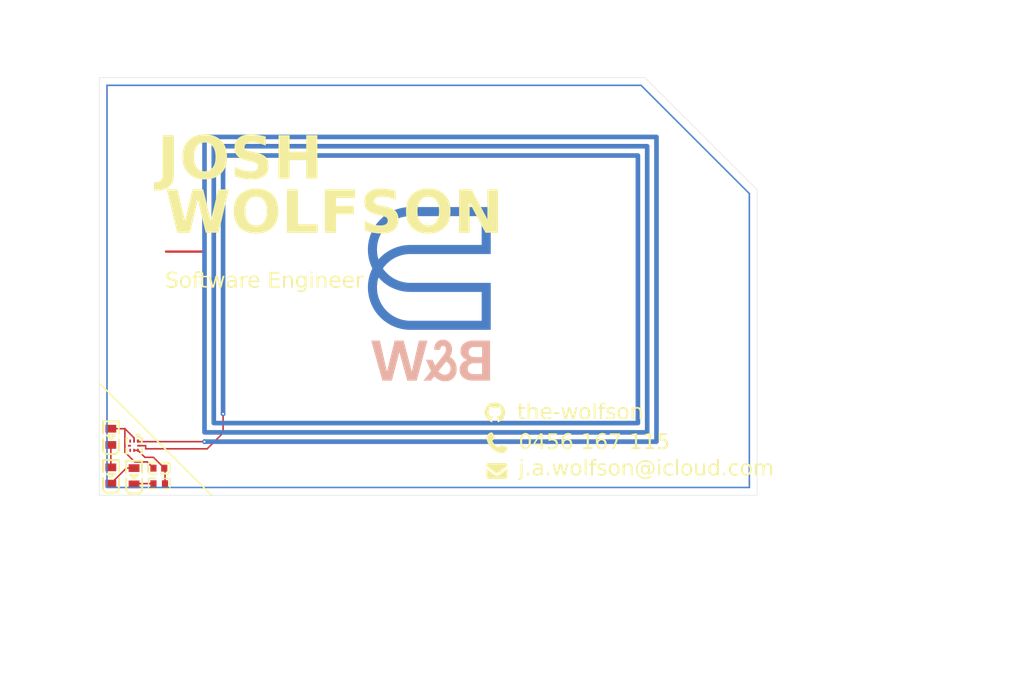
<source format=kicad_pcb>
(kicad_pcb (version 20241229) (generator "pcbnew") (generator_version "9.0")
  (layers (0 "F.Cu" signal) (2 "B.Cu" signal) (13 "F.Paste" user) (15 "B.Paste" user) (5 "F.SilkS" user "F.Silkscreen") (7 "B.SilkS" user "B.Silkscreen") (1 "F.Mask" user) (3 "B.Mask" user) (25 "Edge.Cuts" user))
  (net 0 "")
  (net 1 "Net-(U1-VCC)")
  (net 2 "Net-(D1-K)")
  (net 3 "Net-(D1-A)")
  (net 4 "Net-(D2-A)")
  (net 5 "Net-(D3-A)")
  (net 9 "Net-(U1-LA)")
  (net 10 "Net-(U1-LB)")
  (footprint "easyeda2kicad:C0603" (layer "F.Cu") (at 92.7 126.5)
    (property "Reference" "C1" (hide yes))
    (property "Value" "C")
  )
  (footprint "easyeda2kicad:LED0805-R-RD" (layer "F.Cu") (at 86.5 127.45 90)
    (property "Reference" "D2" (hide yes))
    (property "Value" "LED" (hide yes))
  )
  (footprint "easyeda2kicad:LED0805-R-RD" (layer "F.Cu") (at 89.5 127.55 90)
    (property "Reference" "D3" (hide yes))
    (property "Value" "LED")
  )
  (footprint "easyeda2kicad:XQFN-8_L1.6-W1.6-P0.50-BL_NT3H2111W0FHKH" (layer "F.Cu") (at 89.5 123.6 -90)
    (property "Reference" "U1" (hide yes))
    (property "Value" "NT3H2111W0FHKH" (hide yes))
  )
  (footprint "easyeda2kicad:LED0805-R-RD" (layer "F.Cu") (at 86.5 122.45 90)
    (property "Reference" "D1" (hide yes))
    (property "Value" "LED" (hide yes))
  )
  (footprint "easyeda2kicad:R0603" (layer "F.Cu") (at 92.75 128.5 180)
    (property "Reference" "R1" (hide yes))
    (property "Value" "R")
  )
  (footprint "RF_Antenna:NFC_Antenna" (layer "B.Cu") (at 157.3 123.375 90)
    (property "Reference" "AE1" (hide yes))
    (property "Value" "Antenna_Loop" (hide yes))
  )
  (gr_line (start 93.625 98.5) (end 98.5 98.5) (stroke (width 0.3)) (layer "F.Cu"))
  (gr_poly (pts (xy 124.916361 92.748703) (xy 124.637678 92.769895) (xy 124.363047 92.804793) (xy 124.092812 92.853052) (xy 123.827317 92.914329) (xy 123.566909 92.988277) (xy 123.311932 93.074552) (xy 123.06273 93.172809) (xy 122.819649 93.282704) (xy 122.583032 93.403892) (xy 122.353226 93.536028) (xy 122.130575 93.678767) (xy 121.915424 93.831764) (xy 121.708117 93.994675) (xy 121.508999 94.167154) (xy 121.318416 94.348858) (xy 121.136711 94.53944) (xy 120.96423 94.738557) (xy 120.801318 94.945864) (xy 120.64832 95.161015) (xy 120.50558 95.383667) (xy 120.373443 95.613473) (xy 120.252254 95.85009) (xy 120.142357 96.093173) (xy 120.044098 96.342376) (xy 119.957822 96.597355) (xy 119.883873 96.857765) (xy 119.822596 97.123262) (xy 119.774336 97.393501) (xy 119.739437 97.668136) (xy 119.718245 97.946823) (xy 119.711104 98.229218) (xy 119.713525 98.393719) (xy 119.72074 98.557017) (xy 119.732683 98.719045) (xy 119.749284 98.879735) (xy 119.770475 99.039019) (xy 119.796189 99.196831) (xy 119.826358 99.353102) (xy 119.860912 99.507765) (xy 119.899784 99.660752) (xy 119.942906 99.811995) (xy 119.990209 99.961428) (xy 120.041626 100.108983) (xy 120.097087 100.254591) (xy 120.156526 100.398186) (xy 120.219873 100.539699) (xy 120.287061 100.679064) (xy 120.219873 100.818429) (xy 120.156526 100.959942) (xy 120.097087 101.103537) (xy 120.041626 101.249145) (xy 119.990209 101.396699) (xy 119.942906 101.546132) (xy 119.899784 101.697376) (xy 119.860912 101.850363) (xy 119.826358 102.005025) (xy 119.796189 102.161296) (xy 119.770475 102.319108) (xy 119.749284 102.478393) (xy 119.732683 102.639083) (xy 119.72074 102.801111) (xy 119.713525 102.964409) (xy 119.711104 103.12891) (xy 119.718245 103.411304) (xy 119.739437 103.689992) (xy 119.774336 103.964627) (xy 119.822596 104.234865) (xy 119.883873 104.500362) (xy 119.957822 104.760773) (xy 120.044098 105.015752) (xy 120.142357 105.264955) (xy 120.252254 105.508037) (xy 120.373443 105.744654) (xy 120.50558 105.974461) (xy 120.64832 106.197112) (xy 120.801318 106.412263) (xy 120.96423 106.61957) (xy 121.136711 106.818687) (xy 121.318416 107.009269) (xy 121.508999 107.190973) (xy 121.708117 107.363452) (xy 121.915424 107.526363) (xy 122.130575 107.67936) (xy 122.353226 107.822099) (xy 122.583032 107.954234) (xy 122.819649 108.075422) (xy 123.06273 108.185317) (xy 123.311932 108.283575) (xy 123.566909 108.36985) (xy 123.827317 108.443798) (xy 124.092812 108.505074) (xy 124.363047 108.553333) (xy 124.637678 108.588231) (xy 124.916361 108.609423) (xy 125.198751 108.616563) (xy 135.586085 108.616563) (xy 135.586085 103.716873) (xy 134.410159 103.716873) (xy 134.410159 107.440639) (xy 125.198751 107.440639) (xy 124.976875 107.435028) (xy 124.757912 107.418378) (xy 124.542131 107.390958) (xy 124.329804 107.35304) (xy 124.121203 107.304894) (xy 123.916597 107.246792) (xy 123.716258 107.179004) (xy 123.520457 107.101801) (xy 123.329465 107.015455) (xy 123.143552 106.920236) (xy 122.96299 106.816415) (xy 122.78805 106.704263) (xy 122.619002 106.58405) (xy 122.456118 106.456049) (xy 122.299668 106.320529) (xy 122.149923 106.177762) (xy 122.007155 106.028018) (xy 121.871634 105.871569) (xy 121.743631 105.708685) (xy 121.623417 105.539637) (xy 121.511263 105.364697) (xy 121.407441 105.184135) (xy 121.31222 104.998222) (xy 121.225872 104.807228) (xy 121.148668 104.611426) (xy 121.080879 104.411085) (xy 121.022776 104.206477) (xy 120.974629 103.997873) (xy 120.93671 103.785543) (xy 120.909289 103.569759) (xy 120.892638 103.350791) (xy 120.887028 103.12891) (xy 120.890145 102.963223) (xy 120.899426 102.799116) (xy 120.914765 102.636702) (xy 120.936056 102.476093) (xy 120.963191 102.317403) (xy 120.996065 102.160742) (xy 121.034572 102.006224) (xy 121.078605 101.853962) (xy 121.272531 102.063123) (xy 121.476984 102.261964) (xy 121.691526 102.450047) (xy 121.915717 102.626934) (xy 122.149117 102.792188) (xy 122.391289 102.94537) (xy 122.641791 103.086042) (xy 122.900186 103.213766) (xy 123.166033 103.328105) (xy 123.438895 103.428619) (xy 123.71833 103.514872) (xy 124.003901 103.586424) (xy 124.295168 103.642839) (xy 124.591691 103.683677) (xy 124.893032 103.708501) (xy 125.198751 103.716873) (xy 134.410159 103.716873) (xy 135.586085 103.716873) (xy 135.586085 102.540947) (xy 125.198751 102.540947) (xy 124.924971 102.532395) (xy 124.655739 102.507081) (xy 124.391566 102.465517) (xy 124.132962 102.408213) (xy 123.880439 102.335681) (xy 123.634507 102.248433) (xy 123.395679 102.146979) (xy 123.164464 102.031832) (xy 122.941373 101.903504) (xy 122.726918 101.762504) (xy 122.52161 101.609345) (xy 122.32596 101.444539) (xy 122.140479 101.268596) (xy 121.965677 101.082028) (xy 121.802066 100.885347) (xy 121.650156 100.679064) (xy 121.802066 100.472781) (xy 121.965677 100.2761) (xy 122.140479 100.089532) (xy 122.32596 99.91359) (xy 122.52161 99.748783) (xy 122.726918 99.595624) (xy 122.941373 99.454624) (xy 123.164464 99.326295) (xy 123.395679 99.211149) (xy 123.634507 99.109695) (xy 123.880439 99.022447) (xy 124.132962 98.949915) (xy 124.391566 98.892611) (xy 124.522988 98.869829) (xy 124.655739 98.851046) (xy 124.789755 98.836326) (xy 124.924971 98.825732) (xy 125.061325 98.819329) (xy 125.198751 98.817181) (xy 135.586085 98.817181) (xy 135.586085 97.641255) (xy 134.410159 97.641255) (xy 125.198751 97.641255) (xy 124.893032 97.649627) (xy 124.591691 97.674451) (xy 124.295168 97.71529) (xy 124.003901 97.771704) (xy 123.71833 97.843256) (xy 123.438895 97.929509) (xy 123.166033 98.030023) (xy 122.900186 98.144361) (xy 122.641791 98.272085) (xy 122.391289 98.412757) (xy 122.149117 98.565939) (xy 121.915717 98.731193) (xy 121.691526 98.908081) (xy 121.476984 99.096164) (xy 121.272531 99.295005) (xy 121.078605 99.504166) (xy 121.034572 99.351904) (xy 120.996065 99.197386) (xy 120.963191 99.040725) (xy 120.936056 98.882034) (xy 120.914765 98.721426) (xy 120.899426 98.559011) (xy 120.890145 98.394905) (xy 120.887028 98.229218) (xy 120.892638 98.007337) (xy 120.909289 97.788369) (xy 120.93671 97.572585) (xy 120.974629 97.360255) (xy 121.022776 97.151651) (xy 121.080879 96.947043) (xy 121.148668 96.746702) (xy 121.225872 96.5509) (xy 121.31222 96.359907) (xy 121.407441 96.173993) (xy 121.511263 95.993431) (xy 121.623417 95.818491) (xy 121.743631 95.649443) (xy 121.871634 95.486559) (xy 122.007155 95.33011) (xy 122.149923 95.180367) (xy 122.299668 95.037599) (xy 122.456118 94.902079) (xy 122.619002 94.774078) (xy 122.78805 94.653866) (xy 122.96299 94.541713) (xy 123.143552 94.437892) (xy 123.329465 94.342673) (xy 123.520457 94.256327) (xy 123.716258 94.179124) (xy 123.916597 94.111336) (xy 124.121203 94.053234) (xy 124.329804 94.005088) (xy 124.542131 93.96717) (xy 124.757912 93.93975) (xy 124.976875 93.9231) (xy 125.198751 93.917489) (xy 134.410159 93.917489) (xy 134.410159 97.641255) (xy 135.586085 97.641255) (xy 135.586085 92.741563) (xy 125.198751 92.741563)) (fill yes) (layer "B.Cu"))
  (gr_poly (pts (xy 135.764022 120.034198) (xy 135.765411 120.034262) (xy 135.766783 120.034372) (xy 135.768136 120.034525) (xy 135.769468 120.034721) (xy 135.770777 120.034959) (xy 135.772061 120.035237) (xy 135.773317 120.035556) (xy 135.774543 120.035913) (xy 135.775737 120.036309) (xy 135.776898 120.036742) (xy 135.778023 120.03721) (xy 135.779109 120.037714) (xy 135.780155 120.038252) (xy 135.781159 120.038823) (xy 135.782118 120.039426) (xy 135.78303 120.04006) (xy 135.783894 120.040724) (xy 135.784706 120.041418) (xy 135.785466 120.04214) (xy 135.78617 120.04289) (xy 135.786817 120.043666) (xy 135.787404 120.044467) (xy 135.78793 120.045292) (xy 135.788392 120.046141) (xy 135.788788 120.047013) (xy 135.789116 120.047906) (xy 135.789374 120.048819) (xy 135.78956 120.049752) (xy 135.789673 120.050743) (xy 135.789717 120.051729) (xy 135.789692 120.05271) (xy 135.789599 120.053685) (xy 135.789441 120.054652) (xy 135.789218 120.055611) (xy 135.788932 120.056561) (xy 135.788584 120.0575) (xy 135.788176 120.058427) (xy 135.787709 120.059342) (xy 135.787184 120.060242) (xy 135.786602 120.061128) (xy 135.785966 120.061999) (xy 135.785275 120.062852) (xy 135.783739 120.064503) (xy 135.782005 120.066074) (xy 135.780083 120.067555) (xy 135.777984 120.068939) (xy 135.775719 120.070216) (xy 135.773299 120.071379) (xy 135.770735 120.072419) (xy 135.768038 120.073327) (xy 135.765218 120.074094) (xy 135.763737 120.074411) (xy 135.762269 120.074666) (xy 135.760818 120.074863) (xy 135.759384 120.075001) (xy 135.75797 120.075082) (xy 135.756578 120.075107) (xy 135.75521 120.075078) (xy 135.753866 120.074995) (xy 135.75255 120.074861) (xy 135.751263 120.074676) (xy 135.750006 120.074442) (xy 135.748782 120.074159) (xy 135.747593 120.07383) (xy 135.74644 120.073455) (xy 135.745325 120.073035) (xy 135.74425 120.072573) (xy 135.743217 120.072068) (xy 135.742228 120.071523) (xy 135.741284 120.070939) (xy 135.740388 120.070317) (xy 135.739541 120.069657) (xy 135.738745 120.068962) (xy 135.738002 120.068233) (xy 135.737313 120.067471) (xy 135.736681 120.066677) (xy 135.736108 120.065853) (xy 135.735595 120.064999) (xy 135.735144 120.064117) (xy 135.734757 120.063209) (xy 135.734435 120.062275) (xy 135.734182 120.061317) (xy 135.733998 120.060336) (xy 135.733884 120.059201) (xy 135.733841 120.05808) (xy 135.733866 120.056972) (xy 135.733958 120.055879) (xy 135.734117 120.054802) (xy 135.734339 120.053741) (xy 135.734625 120.052697) (xy 135.734973 120.051671) (xy 135.735382 120.050663) (xy 135.735849 120.049675) (xy 135.736374 120.048707) (xy 135.736956 120.04776) (xy 135.737592 120.046834) (xy 135.738282 120.045931) (xy 135.739025 120.045052) (xy 135.739818 120.044196) (xy 135.741553 120.04256) (xy 135.743475 120.041029) (xy 135.745574 120.03961) (xy 135.747839 120.038309) (xy 135.750258 120.037132) (xy 135.752822 120.036085) (xy 135.75552 120.035175) (xy 135.758339 120.034407) (xy 135.759775 120.034282) (xy 135.761201 120.034207) (xy 135.762618 120.034179)) (fill yes) (layer "F.SilkS"))
  (gr_poly (pts (xy 137.490724 125.855687) (xy 137.50362 125.856668) (xy 137.516328 125.858284) (xy 137.528833 125.860519) (xy 137.541119 125.863356) (xy 137.553171 125.86678) (xy 137.564971 125.870775) (xy 137.576505 125.875324) (xy 137.587755 125.880412) (xy 137.598707 125.886023) (xy 137.609343 125.892141) (xy 137.619649 125.898749) (xy 137.629608 125.905832) (xy 137.639204 125.913374) (xy 137.648421 125.921359) (xy 137.657244 125.92977) (xy 137.665655 125.938593) (xy 137.67364 125.94781) (xy 137.681182 125.957406) (xy 137.688265 125.967365) (xy 137.694874 125.977671) (xy 137.700991 125.988307) (xy 137.706602 125.999259) (xy 137.71169 126.01051) (xy 137.716239 126.022043) (xy 137.720234 126.033843) (xy 137.723658 126.045895) (xy 137.726495 126.058181) (xy 137.72873 126.070686) (xy 137.730346 126.083395) (xy 137.731327 126.09629) (xy 137.731658 126.109356) (xy 137.73122 126.124277) (xy 137.729918 126.139054) (xy 137.727769 126.153654) (xy 137.724787 126.168044) (xy 137.72099 126.182193) (xy 137.716394 126.196067) (xy 137.711015 126.209635) (xy 137.704869 126.222863) (xy 137.697973 126.235718) (xy 137.690343 126.24817) (xy 137.681995 126.260183) (xy 137.672945 126.271728) (xy 137.66321 126.28277) (xy 137.652807 126.293277) (xy 137.641751 126.303216) (xy 137.630058 126.312556) (xy 136.529391 127.138056) (xy 136.520812 127.144208) (xy 136.51205 127.149963) (xy 136.494026 127.160281) (xy 136.475415 127.169013) (xy 136.456317 127.176156) (xy 136.436827 127.181712) (xy 136.417045 127.185681) (xy 136.397067 127.188062) (xy 136.376991 127.188856) (xy 136.356916 127.188062) (xy 136.336938 127.185681) (xy 136.317155 127.181712) (xy 136.297666 127.176156) (xy 136.278567 127.169013) (xy 136.259957 127.160281) (xy 136.241932 127.149963) (xy 136.23317 127.144208) (xy 136.224591 127.138056) (xy 135.123925 126.312556) (xy 135.112232 126.303216) (xy 135.101176 126.293277) (xy 135.090772 126.28277) (xy 135.081037 126.271728) (xy 135.071988 126.260183) (xy 135.06364 126.24817) (xy 135.05601 126.235718) (xy 135.049114 126.222863) (xy 135.042968 126.209635) (xy 135.037589 126.196067) (xy 135.032993 126.182193) (xy 135.029196 126.168044) (xy 135.026214 126.153654) (xy 135.024064 126.139054) (xy 135.022762 126.124277) (xy 135.022325 126.109356) (xy 135.022655 126.09629) (xy 135.023637 126.083395) (xy 135.025253 126.070686) (xy 135.027487 126.058181) (xy 135.030324 126.045895) (xy 135.033748 126.033843) (xy 135.037743 126.022043) (xy 135.042292 126.01051) (xy 135.047381 125.999259) (xy 135.052991 125.988307) (xy 135.059109 125.977671) (xy 135.065717 125.967365) (xy 135.0728 125.957406) (xy 135.080342 125.94781) (xy 135.088327 125.938593) (xy 135.096739 125.92977) (xy 135.105561 125.921359) (xy 135.114778 125.913374) (xy 135.124374 125.905832) (xy 135.134333 125.898749) (xy 135.144639 125.892141) (xy 135.155276 125.886023) (xy 135.166227 125.880412) (xy 135.177478 125.875324) (xy 135.189011 125.870775) (xy 135.200812 125.86678) (xy 135.212863 125.863356) (xy 135.225149 125.860519) (xy 135.237655 125.858284) (xy 135.250363 125.856668) (xy 135.263258 125.855687) (xy 135.276325 125.855356) (xy 137.477658 125.855356)) (fill yes) (layer "F.SilkS"))
  (gr_poly (pts (xy 135.681791 121.871356) (xy 135.691373 121.87211) (xy 135.70088 121.873289) (xy 135.710299 121.874886) (xy 135.719615 121.876896) (xy 135.728817 121.879312) (xy 135.73789 121.882127) (xy 135.746822 121.885337) (xy 135.755599 121.888934) (xy 135.764208 121.892913) (xy 135.772636 121.897267) (xy 135.780869 121.901989) (xy 135.788893 121.907075) (xy 135.796697 121.912517) (xy 135.804266 121.918309) (xy 135.811588 121.924446) (xy 135.818648 121.93092) (xy 135.825434 121.937727) (xy 135.831933 121.944858) (xy 135.838131 121.95231) (xy 135.844014 121.960074) (xy 135.84957 121.968145) (xy 135.854786 121.976517) (xy 135.859647 121.985184) (xy 135.864142 121.994139) (xy 135.868256 122.003376) (xy 136.083097 122.518255) (xy 136.086293 122.526528) (xy 136.089134 122.534867) (xy 136.091623 122.543265) (xy 136.093762 122.55171) (xy 136.095554 122.560192) (xy 136.097 122.568702) (xy 136.098103 122.57723) (xy 136.098865 122.585766) (xy 136.099288 122.594299) (xy 136.099375 122.602819) (xy 136.099127 122.611318) (xy 136.098547 122.619784) (xy 136.097638 122.628208) (xy 136.096401 122.63658) (xy 136.094839 122.644889) (xy 136.092953 122.653127) (xy 136.090747 122.661282) (xy 136.088221 122.669345) (xy 136.08538 122.677306) (xy 136.082224 122.685155) (xy 136.078756 122.692882) (xy 136.074979 122.700476) (xy 136.070893 122.707929) (xy 136.066503 122.715229) (xy 136.061809 122.722368) (xy 136.056815 122.729335) (xy 136.051522 122.736119) (xy 136.045933 122.742712) (xy 136.040049 122.749103) (xy 136.033874 122.755282) (xy 136.027408 122.761239) (xy 136.020656 122.766964) (xy 135.786764 122.957464) (xy 135.820491 123.027766) (xy 135.857127 123.096339) (xy 135.89659 123.163105) (xy 135.9388 123.227984) (xy 135.983677 123.290897) (xy 136.03114 123.351765) (xy 136.081108 123.41051) (xy 136.1335 123.467051) (xy 136.188237 123.521311) (xy 136.245237 123.573209) (xy 136.30442 123.622667) (xy 136.365705 123.669606) (xy 136.429012 123.713947) (xy 136.49426 123.75561) (xy 136.561368 123.794517) (xy 136.630256 123.830589) (xy 136.834514 123.580822) (xy 136.846289 123.567598) (xy 136.858939 123.555523) (xy 136.872385 123.544617) (xy 136.886546 123.5349) (xy 136.901343 123.526393) (xy 136.916695 123.519114) (xy 136.932523 123.513085) (xy 136.948748 123.508326) (xy 136.965288 123.504857) (xy 136.982066 123.502698) (xy 136.998999 123.501869) (xy 137.01601 123.50239) (xy 137.033017 123.504281) (xy 137.049942 123.507563) (xy 137.066703 123.512256) (xy 137.083222 123.51838) (xy 137.598101 123.732693) (xy 137.607292 123.736759) (xy 137.616206 123.741208) (xy 137.624837 123.746028) (xy 137.633179 123.751204) (xy 137.641225 123.756725) (xy 137.648968 123.762576) (xy 137.656402 123.768744) (xy 137.66352 123.775216) (xy 137.670315 123.781979) (xy 137.676781 123.78902) (xy 137.688701 123.803879) (xy 137.699224 123.819689) (xy 137.7083 123.836343) (xy 137.715876 123.853736) (xy 137.721897 123.871759) (xy 137.726313 123.890309) (xy 137.727902 123.899747) (xy 137.72907 123.909278) (xy 137.72981 123.918886) (xy 137.730115 123.928559) (xy 137.72998 123.938285) (xy 137.729397 123.948048) (xy 137.728359 123.957837) (xy 137.726861 123.967638) (xy 137.724895 123.977437) (xy 137.722455 123.987222) (xy 137.714518 124.016326) (xy 137.694311 124.079764) (xy 137.668777 124.141567) (xy 137.638156 124.201252) (xy 137.60269 124.258337) (xy 137.56262 124.31234) (xy 137.518186 124.362779) (xy 137.46963 124.409172) (xy 137.443881 124.430701) (xy 137.417192 124.451037) (xy 137.389594 124.47012) (xy 137.361115 124.48789) (xy 137.331787 124.504288) (xy 137.301639 124.519251) (xy 137.270701 124.532722) (xy 137.239005 124.544638) (xy 137.206578 124.55494) (xy 137.173453 124.563567) (xy 137.139659 124.57046) (xy 137.105226 124.575557) (xy 137.070185 124.5788) (xy 137.034565 124.580126) (xy 136.998396 124.579477) (xy 136.961709 124.576792) (xy 136.924534 124.57201) (xy 136.886901 124.565072) (xy 136.715663 124.522105) (xy 136.549542 124.467152) (xy 136.389028 124.400704) (xy 136.234613 124.323251) (xy 136.086786 124.235284) (xy 135.946038 124.137293) (xy 135.81286 124.02977) (xy 135.687744 123.913205) (xy 135.571178 123.788088) (xy 135.463655 123.654911) (xy 135.365664 123.514163) (xy 135.277697 123.366336) (xy 135.200244 123.21192) (xy 135.133796 123.051406) (xy 135.078843 122.885285) (xy 135.035876 122.714047) (xy 135.028985 122.676461) (xy 135.024244 122.639326) (xy 135.021593 122.602675) (xy 135.020974 122.566536) (xy 135.022325 122.53094) (xy 135.025588 122.495919) (xy 135.030701 122.461501) (xy 135.037605 122.427718) (xy 135.046239 122.394601) (xy 135.056545 122.362178) (xy 135.068462 122.330482) (xy 135.081929 122.299542) (xy 135.096888 122.269389) (xy 135.113278 122.240053) (xy 135.131039 122.211565) (xy 135.15011 122.183954) (xy 135.170433 122.157253) (xy 135.191947 122.13149) (xy 135.214592 122.106696) (xy 135.238309 122.082902) (xy 135.263036 122.060139) (xy 135.288715 122.038435) (xy 135.315285 122.017823) (xy 135.342686 121.998333) (xy 135.370858 121.979994) (xy 135.399742 121.962837) (xy 135.429277 121.946894) (xy 135.459403 121.932193) (xy 135.490061 121.918766) (xy 135.52119 121.906643) (xy 135.55273 121.895854) (xy 135.584622 121.88643) (xy 135.613726 121.878493) (xy 135.623463 121.8761) (xy 135.633218 121.874175) (xy 135.642977 121.872712) (xy 135.652727 121.871705) (xy 135.662455 121.871147) (xy 135.672147 121.871033)) (fill yes) (layer "F.SilkS"))
  (gr_poly (pts (xy 137.731658 127.54869) (xy 137.731217 127.566096) (xy 137.729907 127.583276) (xy 137.72775 127.600209) (xy 137.724767 127.616872) (xy 137.720981 127.633246) (xy 137.716411 127.649308) (xy 137.71108 127.665036) (xy 137.705009 127.680411) (xy 137.69822 127.695409) (xy 137.690733 127.71001) (xy 137.682571 127.724192) (xy 137.673754 127.737934) (xy 137.664305 127.751214) (xy 137.654244 127.764011) (xy 137.643593 127.776304) (xy 137.632373 127.788071) (xy 137.620606 127.799291) (xy 137.608313 127.809942) (xy 137.595516 127.820003) (xy 137.582235 127.829453) (xy 137.568493 127.838269) (xy 137.554311 127.846432) (xy 137.539711 127.853918) (xy 137.524712 127.860708) (xy 137.509338 127.866779) (xy 137.493609 127.872109) (xy 137.477548 127.876679) (xy 137.461174 127.880466) (xy 137.44451 127.883448) (xy 137.427578 127.885605) (xy 137.410397 127.886915) (xy 137.392991 127.887356) (xy 135.360991 127.887356) (xy 135.343585 127.886915) (xy 135.326405 127.885605) (xy 135.309472 127.883448) (xy 135.292808 127.880466) (xy 135.276435 127.876679) (xy 135.260373 127.872109) (xy 135.244644 127.866779) (xy 135.22927 127.860708) (xy 135.214272 127.853918) (xy 135.199671 127.846432) (xy 135.185489 127.838269) (xy 135.171747 127.829453) (xy 135.158467 127.820003) (xy 135.145669 127.809942) (xy 135.133377 127.799291) (xy 135.12161 127.788071) (xy 135.11039 127.776304) (xy 135.099739 127.764011) (xy 135.089678 127.751214) (xy 135.080228 127.737934) (xy 135.071411 127.724192) (xy 135.063249 127.71001) (xy 135.055763 127.695409) (xy 135.048973 127.680411) (xy 135.042902 127.665036) (xy 135.037571 127.649308) (xy 135.033002 127.633246) (xy 135.029215 127.616872) (xy 135.026233 127.600209) (xy 135.024076 127.583276) (xy 135.022766 127.566096) (xy 135.022325 127.54869) (xy 135.022325 126.553856) (xy 136.072191 127.341256) (xy 136.089304 127.353559) (xy 136.106791 127.365069) (xy 136.142792 127.385706) (xy 136.179992 127.403169) (xy 136.218192 127.417456) (xy 136.257192 127.428569) (xy 136.296791 127.436506) (xy 136.336791 127.441269) (xy 136.376991 127.442856) (xy 136.417191 127.441269) (xy 136.457191 127.436506) (xy 136.496791 127.428569) (xy 136.535791 127.417456) (xy 136.573991 127.403169) (xy 136.611191 127.385706) (xy 136.647191 127.365069) (xy 136.664679 127.353559) (xy 136.681791 127.341256) (xy 137.731658 126.553856)) (fill yes) (layer "F.SilkS"))
  (gr_poly (pts (xy 135.452868 119.971962) (xy 135.454022 119.972032) (xy 135.455193 119.972163) (xy 135.456378 119.972355) (xy 135.457574 119.972607) (xy 135.45878 119.97292) (xy 135.459992 119.973293) (xy 135.461208 119.973727) (xy 135.462426 119.974222) (xy 135.463644 119.974779) (xy 135.464859 119.975396) (xy 135.466068 119.976075) (xy 135.467269 119.976815) (xy 135.46846 119.977616) (xy 135.469639 119.978479) (xy 135.470802 119.979404) (xy 135.471948 119.98039) (xy 135.473073 119.981438) (xy 135.474177 119.982548) (xy 135.475147 119.983507) (xy 135.476074 119.984498) (xy 135.476956 119.985517) (xy 135.477793 119.986562) (xy 135.478585 119.987631) (xy 135.479331 119.98872) (xy 135.480031 119.989827) (xy 135.480684 119.990949) (xy 135.48129 119.992083) (xy 135.481848 119.993227) (xy 135.482357 119.994378) (xy 135.482818 119.995533) (xy 135.48323 119.99669) (xy 135.483592 119.997846) (xy 135.483904 119.998998) (xy 135.484165 120.000143) (xy 135.484375 120.001279) (xy 135.484533 120.002403) (xy 135.484639 120.003512) (xy 135.484693 120.004604) (xy 135.484693 120.005675) (xy 135.48464 120.006724) (xy 135.484533 120.007747) (xy 135.484372 120.008742) (xy 135.484155 120.009706) (xy 135.483883 120.010636) (xy 135.483554 120.01153) (xy 135.48317 120.012384) (xy 135.482728 120.013197) (xy 135.482229 120.013965) (xy 135.481672 120.014686) (xy 135.481056 120.015357) (xy 135.480387 120.016121) (xy 135.47967 120.016826) (xy 135.478908 120.017472) (xy 135.478102 120.018059) (xy 135.477256 120.018587) (xy 135.47637 120.019055) (xy 135.475448 120.019464) (xy 135.474491 120.019813) (xy 135.473501 120.020103) (xy 135.472482 120.020332) (xy 135.471433 120.020502) (xy 135.470359 120.020612) (xy 135.469261 120.020662) (xy 135.46814 120.020651) (xy 135.467 120.020581) (xy 135.465842 120.02045) (xy 135.464669 120.020258) (xy 135.463483 120.020006) (xy 135.462285 120.019694) (xy 135.461078 120.01932) (xy 135.459864 120.018886) (xy 135.458645 120.018391) (xy 135.456202 120.017217) (xy 135.453764 120.015798) (xy 135.452553 120.014997) (xy 135.45135 120.014134) (xy 135.450157 120.013209) (xy 135.448977 120.012223) (xy 135.44781 120.011175) (xy 135.44666 120.010065) (xy 135.445546 120.009106) (xy 135.444484 120.008115) (xy 135.443476 120.007096) (xy 135.442523 120.006051) (xy 135.441624 120.004982) (xy 135.44078 120.003893) (xy 135.439992 120.002786) (xy 135.43926 120.001664) (xy 135.438585 120.00053) (xy 135.437966 119.999386) (xy 135.437405 119.998235) (xy 135.436903 119.99708) (xy 135.436458 119.995923) (xy 135.436073 119.994767) (xy 135.435747 119.993615) (xy 135.435481 119.99247) (xy 135.435276 119.991334) (xy 135.435132 119.99021) (xy 135.435049 119.989101) (xy 135.435028 119.988009) (xy 135.435069 119.986938) (xy 135.435173 119.985889) (xy 135.435341 119.984866) (xy 135.435572 119.983871) (xy 135.435868 119.982907) (xy 135.436229 119.981977) (xy 135.436655 119.981084) (xy 135.437146 119.980229) (xy 135.437704 119.979416) (xy 135.438329 119.978648) (xy 135.439021 119.977927) (xy 135.439781 119.977257) (xy 135.440452 119.976492) (xy 135.441173 119.975787) (xy 135.441942 119.975141) (xy 135.442757 119.974554) (xy 135.443614 119.974026) (xy 135.444512 119.973558) (xy 135.445448 119.973149) (xy 135.44642 119.9728) (xy 135.447426 119.97251) (xy 135.448462 119.972281) (xy 135.449527 119.972111) (xy 135.450618 119.972001) (xy 135.451732 119.971951)) (fill yes) (layer "F.SilkS"))
  (gr_poly (pts (xy 135.335882 119.828201) (xy 135.336795 119.828297) (xy 135.337716 119.828439) (xy 135.338644 119.828627) (xy 135.339576 119.82886) (xy 135.340511 119.829137) (xy 135.342384 119.829819) (xy 135.344249 119.830663) (xy 135.346094 119.831661) (xy 135.347904 119.832806) (xy 135.349667 119.834087) (xy 135.351369 119.835497) (xy 135.352998 119.837027) (xy 135.353819 119.837976) (xy 135.354597 119.838935) (xy 135.355331 119.839903) (xy 135.356022 119.840879) (xy 135.356668 119.841861) (xy 135.357269 119.842847) (xy 135.357827 119.843835) (xy 135.358339 119.844824) (xy 135.358806 119.845813) (xy 135.359229 119.846799) (xy 135.359605 119.847781) (xy 135.359937 119.848757) (xy 135.360222 119.849726) (xy 135.360462 119.850686) (xy 135.360656 119.851635) (xy 135.360803 119.852572) (xy 135.360904 119.853495) (xy 135.360958 119.854402) (xy 135.360965 119.855292) (xy 135.360925 119.856163) (xy 135.360838 119.857014) (xy 135.360703 119.857842) (xy 135.36052 119.858647) (xy 135.36029 119.859426) (xy 135.360012 119.860178) (xy 135.359685 119.860901) (xy 135.35931 119.861594) (xy 135.358887 119.862255) (xy 135.358414 119.862882) (xy 135.357893 119.863473) (xy 135.357322 119.864028) (xy 135.356702 119.864544) (xy 135.356042 119.865158) (xy 135.355352 119.865711) (xy 135.354635 119.866205) (xy 135.353892 119.866639) (xy 135.353124 119.867016) (xy 135.352333 119.867336) (xy 135.351522 119.8676) (xy 135.350691 119.86781) (xy 135.349842 119.867966) (xy 135.348977 119.86807) (xy 135.348097 119.868123) (xy 135.347205 119.868125) (xy 135.346301 119.868078) (xy 135.345388 119.867983) (xy 135.344466 119.867841) (xy 135.343539 119.867653) (xy 135.342607 119.86742) (xy 135.341671 119.867143) (xy 135.339798 119.866461) (xy 135.337933 119.865617) (xy 135.336089 119.864619) (xy 135.334279 119.863474) (xy 135.332516 119.862193) (xy 135.330814 119.860783) (xy 135.329185 119.859252) (xy 135.328363 119.858304) (xy 135.327585 119.857345) (xy 135.326851 119.856376) (xy 135.326161 119.8554) (xy 135.325515 119.854419) (xy 135.324913 119.853433) (xy 135.324356 119.852445) (xy 135.323844 119.851455) (xy 135.323376 119.850467) (xy 135.322954 119.849481) (xy 135.322577 119.848499) (xy 135.322246 119.847523) (xy 135.32196 119.846554) (xy 135.321721 119.845594) (xy 135.321527 119.844645) (xy 135.32138 119.843708) (xy 135.321279 119.842785) (xy 135.321225 119.841878) (xy 135.321218 119.840988) (xy 135.321258 119.840117) (xy 135.321345 119.839266) (xy 135.32148 119.838438) (xy 135.321662 119.837633) (xy 135.321893 119.836854) (xy 135.322171 119.836102) (xy 135.322497 119.835379) (xy 135.322872 119.834686) (xy 135.323296 119.834025) (xy 135.323769 119.833398) (xy 135.32429 119.832806) (xy 135.324861 119.832252) (xy 135.325481 119.831736) (xy 135.326141 119.831122) (xy 135.326831 119.830568) (xy 135.327548 119.830075) (xy 135.328291 119.829641) (xy 135.329059 119.829264) (xy 135.329849 119.828944) (xy 135.330661 119.82868) (xy 135.331492 119.82847) (xy 135.332341 119.828313) (xy 135.333206 119.828209) (xy 135.334086 119.828157) (xy 135.334978 119.828155)) (fill yes) (layer "F.SilkS"))
  (gr_poly (pts (xy 135.552048 120.030257) (xy 135.554661 120.030642) (xy 135.557256 120.031232) (xy 135.558727 120.031699) (xy 135.560162 120.032209) (xy 135.561561 120.032759) (xy 135.562922 120.033347) (xy 135.564243 120.033972) (xy 135.565523 120.034633) (xy 135.566761 120.035326) (xy 135.567955 120.036052) (xy 135.569104 120.036808) (xy 135.570207 120.037592) (xy 135.571263 120.038404) (xy 135.572269 120.03924) (xy 135.573225 120.040101) (xy 135.574129 120.040983) (xy 135.57498 120.041886) (xy 135.575777 120.042807) (xy 135.576518 120.043745) (xy 135.577201 120.044699) (xy 135.577826 120.045667) (xy 135.578392 120.046647) (xy 135.578896 120.047637) (xy 135.579337 120.048636) (xy 135.579714 120.049642) (xy 135.580027 120.050654) (xy 135.580272 120.051669) (xy 135.58045 120.052687) (xy 135.580558 120.053705) (xy 135.580595 120.054723) (xy 135.58056 120.055737) (xy 135.580452 120.056747) (xy 135.580269 120.057752) (xy 135.58001 120.058748) (xy 135.579676 120.059725) (xy 135.57927 120.060669) (xy 135.578795 120.061581) (xy 135.578253 120.062459) (xy 135.577648 120.063301) (xy 135.576982 120.064108) (xy 135.576258 120.064878) (xy 135.575479 120.065611) (xy 135.574647 120.066304) (xy 135.573765 120.066958) (xy 135.571862 120.068143) (xy 135.569791 120.069157) (xy 135.567575 120.069993) (xy 135.565234 120.070643) (xy 135.562792 120.071099) (xy 135.560268 120.071353) (xy 135.557686 120.071399) (xy 135.555066 120.071227) (xy 135.552431 120.07083) (xy 135.549803 120.070201) (xy 135.548497 120.069797) (xy 135.547202 120.069331) (xy 135.545729 120.069008) (xy 135.544289 120.068633) (xy 135.542884 120.06821) (xy 135.541514 120.06774) (xy 135.540182 120.067225) (xy 135.53889 120.066667) (xy 135.537638 120.066067) (xy 135.536428 120.065429) (xy 135.535263 120.064753) (xy 135.534144 120.064042) (xy 135.533072 120.063298) (xy 135.532049 120.062523) (xy 135.531077 120.061718) (xy 135.530158 120.060885) (xy 135.529292 120.060027) (xy 135.528483 120.059145) (xy 135.52773 120.058242) (xy 135.527037 120.057318) (xy 135.526404 120.056377) (xy 135.525834 120.05542) (xy 135.525327 120.054449) (xy 135.524886 120.053466) (xy 135.524513 120.052473) (xy 135.524208 120.051472) (xy 135.523974 120.050465) (xy 135.523812 120.049453) (xy 135.523723 120.048439) (xy 135.523711 120.047425) (xy 135.523775 120.046412) (xy 135.523918 120.045403) (xy 135.524142 120.044399) (xy 135.524448 120.043402) (xy 135.524829 120.042426) (xy 135.525275 120.041481) (xy 135.525785 120.040568) (xy 135.526357 120.039689) (xy 135.526986 120.038843) (xy 135.527672 120.038032) (xy 135.528411 120.037255) (xy 135.529202 120.036515) (xy 135.530927 120.035144) (xy 135.532828 120.033924) (xy 135.534886 120.03286) (xy 135.537081 120.031959) (xy 135.539394 120.031225) (xy 135.541806 120.030664) (xy 135.544296 120.030281) (xy 135.546846 120.030082) (xy 135.549437 120.030072)) (fill yes) (layer "F.SilkS"))
  (gr_poly (pts (xy 135.38959 119.896474) (xy 135.390599 119.896586) (xy 135.391614 119.896756) (xy 135.392632 119.896986) (xy 135.393651 119.897273) (xy 135.394669 119.897617) (xy 135.395685 119.898017) (xy 135.396694 119.898471) (xy 135.397697 119.89898) (xy 135.39869 119.899541) (xy 135.399671 119.900155) (xy 135.400639 119.900819) (xy 135.401591 119.901533) (xy 135.402524 119.902297) (xy 135.403438 119.903108) (xy 135.404329 119.903967) (xy 135.405196 119.904871) (xy 135.406036 119.905821) (xy 135.406848 119.906815) (xy 135.407629 119.907852) (xy 135.408377 119.908932) (xy 135.409089 119.910052) (xy 135.409858 119.911198) (xy 135.410578 119.912351) (xy 135.411247 119.91351) (xy 135.411867 119.914674) (xy 135.412438 119.915841) (xy 135.412959 119.91701) (xy 135.41343 119.918179) (xy 135.413852 119.919346) (xy 135.414224 119.92051) (xy 135.414546 119.921669) (xy 135.414819 119.922822) (xy 135.415042 119.923968) (xy 135.415216 119.925104) (xy 135.41534 119.926229) (xy 135.415415 119.927342) (xy 135.415439 119.928441) (xy 135.415415 119.929524) (xy 135.41534 119.930591) (xy 135.415216 119.931638) (xy 135.415042 119.932666) (xy 135.414819 119.933672) (xy 135.414546 119.934655) (xy 135.414224 119.935612) (xy 135.413852 119.936544) (xy 135.41343 119.937447) (xy 135.412959 119.938321) (xy 135.412438 119.939165) (xy 135.411867 119.939975) (xy 135.411247 119.940751) (xy 135.410578 119.941492) (xy 135.409858 119.942196) (xy 135.409089 119.942861) (xy 135.408423 119.943326) (xy 135.407716 119.94373) (xy 135.40697 119.944073) (xy 135.406188 119.944356) (xy 135.405373 119.94458) (xy 135.404526 119.944745) (xy 135.40365 119.944853) (xy 135.402748 119.944903) (xy 135.401821 119.944896) (xy 135.400873 119.944834) (xy 135.399906 119.944716) (xy 135.398922 119.944544) (xy 135.397924 119.944318) (xy 135.396914 119.944039) (xy 135.395895 119.943707) (xy 135.394868 119.943324) (xy 135.392803 119.942404) (xy 135.390739 119.941285) (xy 135.388695 119.939972) (xy 135.386691 119.93847) (xy 135.384745 119.936786) (xy 135.383801 119.935877) (xy 135.382878 119.934924) (xy 135.38198 119.933928) (xy 135.381108 119.93289) (xy 135.380266 119.931811) (xy 135.379456 119.93069) (xy 135.378687 119.929545) (xy 135.377968 119.928392) (xy 135.377298 119.927233) (xy 135.376678 119.926071) (xy 135.376107 119.924907) (xy 135.375586 119.923743) (xy 135.375115 119.92258) (xy 135.374693 119.921421) (xy 135.374321 119.920268) (xy 135.373999 119.919121) (xy 135.373726 119.917984) (xy 135.373503 119.916858) (xy 135.373329 119.915745) (xy 135.373205 119.914646) (xy 135.373131 119.913564) (xy 135.373106 119.9125) (xy 135.373131 119.911456) (xy 135.373205 119.910434) (xy 135.373329 119.909436) (xy 135.373503 119.908464) (xy 135.373726 119.907519) (xy 135.373999 119.906604) (xy 135.374321 119.905719) (xy 135.374693 119.904868) (xy 135.375115 119.904052) (xy 135.375586 119.903272) (xy 135.376107 119.902531) (xy 135.376678 119.901831) (xy 135.377298 119.901172) (xy 135.377968 119.900558) (xy 135.378687 119.89999) (xy 135.379456 119.899469) (xy 135.380265 119.89886) (xy 135.381103 119.898321) (xy 135.381967 119.897851) (xy 135.382856 119.89745) (xy 135.383768 119.897116) (xy 135.3847 119.896848) (xy 135.38565 119.896646) (xy 135.386616 119.896509) (xy 135.387596 119.896435) (xy 135.388588 119.896424)) (fill yes) (layer "F.SilkS"))
  (gr_poly (pts (xy 135.665216 120.048028) (xy 135.668015 120.04829) (xy 135.670713 120.04876) (xy 135.673293 120.049428) (xy 135.675738 120.050286) (xy 135.678031 120.051323) (xy 135.680155 120.052531) (xy 135.681148 120.053195) (xy 135.682093 120.053899) (xy 135.682987 120.054641) (xy 135.683828 120.05542) (xy 135.684614 120.056235) (xy 135.685343 120.057084) (xy 135.686012 120.057966) (xy 135.686621 120.058881) (xy 135.687165 120.059826) (xy 135.687644 120.060801) (xy 135.688055 120.061805) (xy 135.688396 120.062837) (xy 135.688665 120.063895) (xy 135.68886 120.064978) (xy 135.688978 120.066085) (xy 135.689018 120.067215) (xy 135.688983 120.068201) (xy 135.688878 120.069173) (xy 135.688705 120.07013) (xy 135.688465 120.071072) (xy 135.688161 120.071997) (xy 135.687794 120.072903) (xy 135.687365 120.07379) (xy 135.686877 120.074656) (xy 135.68633 120.075501) (xy 135.685727 120.076323) (xy 135.685069 120.077121) (xy 135.684358 120.077893) (xy 135.683596 120.07864) (xy 135.682783 120.079358) (xy 135.681922 120.080048) (xy 135.681015 120.080709) (xy 135.680062 120.081338) (xy 135.679067 120.081935) (xy 135.678029 120.082499) (xy 135.676952 120.083028) (xy 135.675836 120.083521) (xy 135.674684 120.083978) (xy 135.673496 120.084397) (xy 135.672275 120.084777) (xy 135.671023 120.085116) (xy 135.66974 120.085414) (xy 135.668428 120.085669) (xy 135.66709 120.08588) (xy 135.665727 120.086047) (xy 135.66434 120.086167) (xy 135.662931 120.08624) (xy 135.661502 120.086265) (xy 135.658291 120.086446) (xy 135.655215 120.086401) (xy 135.652283 120.086139) (xy 135.649505 120.08567) (xy 135.646891 120.085001) (xy 135.644452 120.084144) (xy 135.643301 120.083647) (xy 135.642197 120.083107) (xy 135.641142 120.082524) (xy 135.640137 120.081899) (xy 135.639183 120.081234) (xy 135.638281 120.08053) (xy 135.637433 120.079788) (xy 135.63664 120.07901) (xy 135.635903 120.078195) (xy 135.635224 120.077346) (xy 135.634604 120.076464) (xy 135.634043 120.075549) (xy 135.633544 120.074604) (xy 135.633107 120.073628) (xy 135.632734 120.072624) (xy 135.632426 120.071593) (xy 135.632184 120.070535) (xy 135.632009 120.069452) (xy 135.631904 120.068345) (xy 135.631868 120.067215) (xy 135.631904 120.066229) (xy 135.632009 120.065257) (xy 135.632182 120.064299) (xy 135.632421 120.063358) (xy 135.632726 120.062433) (xy 135.633093 120.061527) (xy 135.633521 120.06064) (xy 135.63401 120.059773) (xy 135.634556 120.058929) (xy 135.63516 120.058107) (xy 135.635817 120.057309) (xy 135.636529 120.056536) (xy 135.637291 120.05579) (xy 135.638104 120.055071) (xy 135.638965 120.054381) (xy 135.639872 120.053721) (xy 135.640824 120.053092) (xy 135.64182 120.052495) (xy 135.642858 120.051931) (xy 135.643935 120.051402) (xy 135.645051 120.050908) (xy 135.646203 120.050452) (xy 135.647391 120.050033) (xy 135.648612 120.049653) (xy 135.649864 120.049314) (xy 135.651147 120.049016) (xy 135.652459 120.048761) (xy 135.653797 120.048549) (xy 135.65516 120.048383) (xy 135.656547 120.048263) (xy 135.657956 120.048189) (xy 135.659385 120.048165) (xy 135.662334 120.047983)) (fill yes) (layer "F.SilkS"))
  (gr_poly (pts (xy 135.281864 119.783555) (xy 135.283586 119.783664) (xy 135.285373 119.783878) (xy 135.287221 119.7842) (xy 135.289126 119.784629) (xy 135.291085 119.785169) (xy 135.293007 119.786197) (xy 135.293919 119.786737) (xy 135.294799 119.787293) (xy 135.295644 119.787864) (xy 135.296456 119.788449) (xy 135.297232 119.789048) (xy 135.297973 119.789659) (xy 135.298677 119.790281) (xy 135.299344 119.790915) (xy 135.299973 119.791558) (xy 135.300564 119.792211) (xy 135.301115 119.792871) (xy 135.301627 119.793539) (xy 135.302098 119.794213) (xy 135.302528 119.794893) (xy 135.302917 119.795577) (xy 135.303262 119.796265) (xy 135.303565 119.796956) (xy 135.303823 119.797649) (xy 135.304037 119.798343) (xy 135.304206 119.799038) (xy 135.304329 119.799732) (xy 135.304405 119.800424) (xy 135.304434 119.801114) (xy 135.304415 119.801801) (xy 135.304348 119.802484) (xy 135.304231 119.803162) (xy 135.304064 119.803834) (xy 135.303846 119.804499) (xy 135.303577 119.805157) (xy 135.303256 119.805807) (xy 135.302889 119.806484) (xy 135.302483 119.807127) (xy 135.30204 119.807736) (xy 135.301562 119.80831) (xy 135.30105 119.808849) (xy 135.300506 119.809353) (xy 135.299932 119.809822) (xy 135.299329 119.810255) (xy 135.298698 119.810653) (xy 135.298042 119.811014) (xy 135.297363 119.81134) (xy 135.296661 119.81163) (xy 135.295939 119.811883) (xy 135.295197 119.812099) (xy 135.294439 119.812279) (xy 135.293665 119.812421) (xy 135.292877 119.812527) (xy 135.292076 119.812595) (xy 135.290445 119.812618) (xy 135.288785 119.812489) (xy 135.287108 119.812206) (xy 135.285428 119.811769) (xy 135.284591 119.811491) (xy 135.283758 119.811175) (xy 135.282931 119.810819) (xy 135.282112 119.810423) (xy 135.281301 119.809987) (xy 135.280502 119.809511) (xy 135.27858 119.808483) (xy 135.277668 119.807943) (xy 135.276788 119.807387) (xy 135.275943 119.806816) (xy 135.275131 119.806231) (xy 135.274355 119.805632) (xy 135.273614 119.805021) (xy 135.27291 119.804398) (xy 135.272243 119.803765) (xy 135.271614 119.803122) (xy 135.271023 119.802469) (xy 135.270472 119.801809) (xy 135.26996 119.801141) (xy 135.269489 119.800467) (xy 135.269059 119.799787) (xy 135.26867 119.799103) (xy 135.268325 119.798415) (xy 135.268022 119.797724) (xy 135.267764 119.797031) (xy 135.26755 119.796337) (xy 135.267381 119.795642) (xy 135.267258 119.794948) (xy 135.267182 119.794256) (xy 135.267153 119.793566) (xy 135.267172 119.792879) (xy 135.267239 119.792196) (xy 135.267356 119.791518) (xy 135.267523 119.790846) (xy 135.267741 119.79018) (xy 135.26801 119.789523) (xy 135.268331 119.788873) (xy 135.269081 119.787925) (xy 135.269938 119.787064) (xy 135.270899 119.786294) (xy 135.271961 119.785615) (xy 135.273118 119.78503) (xy 135.274368 119.784539) (xy 135.275706 119.784143) (xy 135.277128 119.783846) (xy 135.278631 119.783648) (xy 135.280211 119.783551)) (fill yes) (layer "F.SilkS"))
  (gr_line (start 85 115.5) (end 99.5 130) (stroke (width 0.2)) (layer "F.SilkS"))
  (gr_poly (pts (xy 136.174919 118.008261) (xy 136.242411 118.013077) (xy 136.308924 118.021019) (xy 136.374373 118.032016) (xy 136.438675 118.046) (xy 136.501747 118.0629) (xy 136.563505 118.082648) (xy 136.623866 118.105172) (xy 136.682745 118.130405) (xy 136.740059 118.158275) (xy 136.795724 118.188713) (xy 136.849658 118.22165) (xy 136.901775 118.257016) (xy 136.951993 118.294741) (xy 137.000228 118.334756) (xy 137.046397 118.37699) (xy 137.090415 118.421375) (xy 137.1322 118.467841) (xy 137.171667 118.516317) (xy 137.208732 118.566735) (xy 137.243313 118.619024) (xy 137.275326 118.673115) (xy 137.304687 118.728939) (xy 137.331312 118.786425) (xy 137.355118 118.845504) (xy 137.376021 118.906106) (xy 137.393938 118.968162) (xy 137.408784 119.031602) (xy 137.420477 119.096356) (xy 137.428933 119.162354) (xy 137.434067 119.229528) (xy 137.435798 119.297807) (xy 137.434752 119.352568) (xy 137.431639 119.406789) (xy 137.426493 119.460425) (xy 137.419348 119.513433) (xy 137.410239 119.565767) (xy 137.3992 119.617384) (xy 137.386266 119.668238) (xy 137.371471 119.718287) (xy 137.35485 119.767486) (xy 137.336437 119.81579) (xy 137.316266 119.863155) (xy 137.294374 119.909537) (xy 137.270792 119.954891) (xy 137.245557 119.999174) (xy 137.218703 120.04234) (xy 137.190264 120.084347) (xy 137.160275 120.125148) (xy 137.12877 120.164701) (xy 137.095783 120.202961) (xy 137.06135 120.239883) (xy 137.025505 120.275424) (xy 136.988281 120.309539) (xy 136.949714 120.342183) (xy 136.909839 120.373313) (xy 136.868689 120.402884) (xy 136.826299 120.430852) (xy 136.782704 120.457172) (xy 136.737938 120.481801) (xy 136.692036 120.504694) (xy 136.645032 120.525807) (xy 136.59696 120.545095) (xy 136.547856 120.562515) (xy 136.541681 120.563499) (xy 136.535753 120.564179) (xy 136.53007 120.564565) (xy 136.524627 120.564669) (xy 136.519423 120.564501) (xy 136.514452 120.564073) (xy 136.509712 120.563396) (xy 136.5052 120.562482) (xy 136.500912 120.561341) (xy 136.496844 120.559985) (xy 136.492994 120.558426) (xy 136.489357 120.556673) (xy 136.485931 120.55474) (xy 136.482712 120.552636) (xy 136.479697 120.550373) (xy 136.476881 120.547963) (xy 136.474263 120.545416) (xy 136.471838 120.542744) (xy 136.469604 120.539958) (xy 136.467556 120.537069) (xy 136.465691 120.534089) (xy 136.464007 120.531029) (xy 136.462498 120.5279) (xy 136.461164 120.524713) (xy 136.459998 120.521479) (xy 136.458999 120.51821) (xy 136.458164 120.514917) (xy 136.457487 120.511612) (xy 136.4566 120.505007) (xy 136.45631 120.498486) (xy 136.457898 120.056102) (xy 136.457422 120.033311) (xy 136.456029 120.011563) (xy 136.453768 119.990848) (xy 136.450688 119.971155) (xy 136.446839 119.952472) (xy 136.442271 119.934789) (xy 136.437033 119.918095) (xy 136.431175 119.902379) (xy 136.424746 119.887631) (xy 136.417797 119.87384) (xy 136.410376 119.860994) (xy 136.402533 119.849082) (xy 136.394319 119.838095) (xy 136.385782 119.828021) (xy 136.376972 119.818849) (xy 136.367939 119.810569) (xy 136.47897 119.796817) (xy 136.533844 119.787987) (xy 136.587651 119.77695) (xy 136.63991 119.763031) (xy 136.66531 119.754778) (xy 136.690143 119.74555) (xy 136.714349 119.735262) (xy 136.737868 119.72383) (xy 136.760641 119.71117) (xy 136.782607 119.697195) (xy 136.803707 119.681822) (xy 136.82388 119.664966) (xy 136.843066 119.646543) (xy 136.861206 119.626467) (xy 136.87824 119.604653) (xy 136.894106 119.581018) (xy 136.908747 119.555477) (xy 136.922101 119.527944) (xy 136.934108 119.498336) (xy 136.944709 119.466567) (xy 136.953844 119.432553) (xy 136.961452 119.396209) (xy 136.967474 119.35745) (xy 136.97185 119.316192) (xy 136.974519 119.27235) (xy 136.975423 119.22584) (xy 136.97482 119.199475) (xy 136.973029 119.174661) (xy 136.970079 119.151262) (xy 136.965997 119.129143) (xy 136.960811 119.108168) (xy 136.954549 119.088202) (xy 136.94724 119.069108) (xy 136.93891 119.050752) (xy 136.929588 119.032997) (xy 136.919302 119.015708) (xy 136.908079 118.998749) (xy 136.895948 118.981985) (xy 136.882937 118.96528) (xy 136.869073 118.948498) (xy 136.854383 118.931503) (xy 136.838898 118.914161) (xy 136.84523 118.896378) (xy 136.852747 118.86933) (xy 136.856405 118.852569) (xy 136.859706 118.833775) (xy 136.862431 118.813043) (xy 136.864364 118.790468) (xy 136.865285 118.766144) (xy 136.864979 118.740166) (xy 136.863225 118.712629) (xy 136.859808 118.683626) (xy 136.854508 118.653253) (xy 136.847109 118.621604) (xy 136.837392 118.588774) (xy 136.825139 118.554857) (xy 136.814361 118.552194) (xy 136.802813 118.550706) (xy 136.790567 118.550321) (xy 136.777697 118.550968) (xy 136.764275 118.552576) (xy 136.750375 118.555073) (xy 136.736069 118.558387) (xy 136.721431 118.562447) (xy 136.706533 118.567181) (xy 136.691448 118.572518) (xy 136.66101 118.584715) (xy 136.6307 118.598466) (xy 136.601103 118.613197) (xy 136.572802 118.628338) (xy 136.546381 118.643316) (xy 136.501513 118.670496) (xy 136.460014 118.697732) (xy 136.419972 118.687291) (xy 136.379292 118.678202) (xy 136.338078 118.670477) (xy 136.296436 118.66413) (xy 136.254471 118.659171) (xy 136.21229 118.655613) (xy 136.169997 118.65347) (xy 136.127698 118.652753) (xy 136.085398 118.65347) (xy 136.043105 118.655613) (xy 136.000924 118.659171) (xy 135.95896 118.66413) (xy 135.917318 118.670477) (xy 135.876104 118.678202) (xy 135.835423 118.687291) (xy 135.795381 118.697732) (xy 135.753883 118.670571) (xy 135.709014 118.643456) (xy 135.682593 118.628509) (xy 135.654292 118.613396) (xy 135.624695 118.598685) (xy 135.594385 118.584948) (xy 135.563947 118.572753) (xy 135.533964 118.56267) (xy 135.50502 118.555269) (xy 135.49112 118.552753) (xy 135.477698 118.55112) (xy 135.464828 118.550443) (xy 135.452582 118.550793) (xy 135.441034 118.55224) (xy 135.430256 118.554857) (xy 135.423799 118.571899) (xy 135.418003 118.588686) (xy 135.412841 118.605208) (xy 135.408286 118.621452) (xy 135.40431 118.637405) (xy 135.400887 118.653056) (xy 135.397988 118.668393) (xy 135.395587 118.683403) (xy 135.393657 118.698074) (xy 135.39217 118.712394) (xy 135.391099 118.726351) (xy 135.390417 118.739934) (xy 135.39011 118.765924) (xy 135.391031 118.79027) (xy 135.392964 118.812872) (xy 135.39569 118.833635) (xy 135.39899 118.852462) (xy 135.402648 118.869256) (xy 135.406446 118.88392) (xy 135.410165 118.896356) (xy 135.416498 118.914161) (xy 135.401142 118.93141) (xy 135.386823 118.948324) (xy 135.373533 118.965038) (xy 135.361266 118.981687) (xy 135.350016 118.998408) (xy 135.339777 119.015336) (xy 135.330542 119.032606) (xy 135.322306 119.050355) (xy 135.315062 119.068718) (xy 135.308804 119.08783) (xy 135.303526 119.107827) (xy 135.299221 119.128845) (xy 135.295884 119.15102) (xy 135.293508 119.174487) (xy 135.292087 119.199382) (xy 135.291614 119.22584) (xy 135.292479 119.272212) (xy 135.295038 119.315936) (xy 135.299235 119.357096) (xy 135.305016 119.395775) (xy 135.312325 119.432056) (xy 135.321107 119.466023) (xy 135.331306 119.49776) (xy 135.342869 119.527349) (xy 135.355739 119.554875) (xy 135.369862 119.580422) (xy 135.385182 119.604072) (xy 135.401645 119.625909) (xy 135.419194 119.646016) (xy 135.437776 119.664478) (xy 135.457335 119.681378) (xy 135.477815 119.696798) (xy 135.499162 119.710824) (xy 135.52132 119.723537) (xy 135.544235 119.735023) (xy 135.567851 119.745364) (xy 135.616966 119.762945) (xy 135.668224 119.77695) (xy 135.721184 119.788047) (xy 135.775406 119.796904) (xy 135.885868 119.810569) (xy 135.878773 119.817397) (xy 135.871791 119.824786) (xy 135.86495 119.83274) (xy 135.858277 119.841261) (xy 135.8518 119.850352) (xy 135.845545 119.860017) (xy 135.83954 119.870259) (xy 135.833812 119.881081) (xy 135.828387 119.892485) (xy 135.823293 119.904476) (xy 135.818558 119.917055) (xy 135.814208 119.930227) (xy 135.81027 119.943994) (xy 135.806772 119.95836) (xy 135.80374 119.973327) (xy 135.801202 119.988898) (xy 135.785673 119.995656) (xy 135.767653 120.002551) (xy 135.747433 120.009164) (xy 135.725299 120.015075) (xy 135.701541 120.019864) (xy 135.676447 120.02311) (xy 135.650304 120.024393) (xy 135.63693 120.024168) (xy 135.623402 120.023294) (xy 135.609756 120.02172) (xy 135.596028 120.019392) (xy 135.582255 120.016258) (xy 135.568472 120.012266) (xy 135.554715 120.007364) (xy 135.541021 120.001498) (xy 135.527425 119.994616) (xy 135.513963 119.986666) (xy 135.500673 119.977595) (xy 135.487588 119.96735) (xy 135.474747 119.95588) (xy 135.462184 119.943132) (xy 135.449935 119.929052) (xy 135.438038 119.913589) (xy 135.426527 119.89669) (xy 135.415439 119.878303) (xy 135.408475 119.86683) (xy 135.401198 119.856015) (xy 135.393644 119.845837) (xy 135.385848 119.836277) (xy 135.377845 119.827317) (xy 135.369669 119.818936) (xy 135.361355 119.811117) (xy 135.35294 119.803839) (xy 135.344457 119.797083) (xy 135.335941 119.790831) (xy 135.327428 119.785063) (xy 135.318952 119.77976) (xy 135.310549 119.774902) (xy 135.302253 119.770471) (xy 135.2941 119.766447) (xy 135.286124 119.762812) (xy 135.270845 119.756628) (xy 135.256694 119.751767) (xy 135.243953 119.748075) (xy 135.232902 119.745399) (xy 135.223819 119.743584) (xy 135.216984 119.742478) (xy 135.211181 119.741777) (xy 135.19975 119.741871) (xy 135.189721 119.742431) (xy 135.181025 119.743425) (xy 135.173595 119.744823) (xy 135.167361 119.746595) (xy 135.162257 119.748708) (xy 135.158214 119.751134) (xy 135.155164 119.753841) (xy 135.153038 119.756798) (xy 135.151769 119.759975) (xy 135.151289 119.76334) (xy 135.151529 119.766864) (xy 135.152421 119.770516) (xy 135.153898 119.774264) (xy 135.15589 119.778078) (xy 135.15833 119.781928) (xy 135.161151 119.785782) (xy 135.164283 119.78961) (xy 135.171209 119.797066) (xy 135.178565 119.804049) (xy 135.185806 119.810313) (xy 135.197761 119.819702) (xy 135.202714 119.823269) (xy 135.210772 119.827316) (xy 135.218668 119.831984) (xy 135.226397 119.837224) (xy 135.233952 119.842986) (xy 135.241327 119.849221) (xy 135.248516 119.85588) (xy 135.255513 119.862914) (xy 135.262312 119.870274) (xy 135.275289 119.885775) (xy 135.287397 119.90199) (xy 135.298589 119.918526) (xy 135.308812 119.934989) (xy 135.318019 119.950988) (xy 135.326159 119.966128) (xy 135.333183 119.980018) (xy 135.339041 119.992263) (xy 135.349823 120.016944) (xy 135.357952 120.038254) (xy 135.367675 120.057782) (xy 135.37887 120.075601) (xy 135.391415 120.091784) (xy 135.405189 120.106402) (xy 135.420071 120.119528) (xy 135.435938 120.131236) (xy 135.452671 120.141596) (xy 135.470147 120.150682) (xy 135.488245 120.158566) (xy 135.506844 120.165321) (xy 135.525821 120.171018) (xy 135.545057 120.175732) (xy 135.564428 120.179533) (xy 135.583815 120.182495) (xy 135.603095 120.18469) (xy 135.64085 120.187069) (xy 135.676723 120.187249) (xy 135.709741 120.185811) (xy 135.738934 120.183334) (xy 135.781959 120.177583) (xy 135.798027 120.174636) (xy 135.799614 120.499544) (xy 135.79933 120.506065) (xy 135.798459 120.51267) (xy 135.79697 120.519268) (xy 135.794835 120.525771) (xy 135.792024 120.532087) (xy 135.790356 120.535148) (xy 135.788508 120.538128) (xy 135.786476 120.541016) (xy 135.784257 120.543802) (xy 135.781846 120.546474) (xy 135.779241 120.549021) (xy 135.776438 120.551432) (xy 135.773432 120.553694) (xy 135.770221 120.555798) (xy 135.7668 120.557732) (xy 135.763166 120.559484) (xy 135.759315 120.561044) (xy 135.755243 120.562399) (xy 135.750947 120.56354) (xy 135.746424 120.564455) (xy 135.741669 120.565131) (xy 135.736678 120.565559) (xy 135.731449 120.565727) (xy 135.725977 120.565624) (xy 135.720259 120.565238) (xy 135.71429 120.564558) (xy 135.708068 120.563573) (xy 135.611053 120.526679) (xy 135.518055 120.482511) (xy 135.429384 120.43142) (xy 135.34535 120.373759) (xy 135.26626 120.309883) (xy 135.192426 120.240142) (xy 135.124155 120.16489) (xy 135.061758 120.084479) (xy 135.005543 119.999262) (xy 134.95582 119.909592) (xy 134.912898 119.815822) (xy 134.877087 119.718304) (xy 134.848695 119.617391) (xy 134.828032 119.513435) (xy 134.815408 119.406789) (xy 134.811131 119.297807) (xy 134.812764 119.229528) (xy 134.817615 119.162354) (xy 134.825614 119.096356) (xy 134.836689 119.031602) (xy 134.850769 118.968162) (xy 134.867782 118.906106) (xy 134.887658 118.845504) (xy 134.910325 118.786425) (xy 134.935712 118.728939) (xy 134.963748 118.673115) (xy 134.994361 118.619024) (xy 135.027481 118.566735) (xy 135.063035 118.516317) (xy 135.100954 118.467841) (xy 135.141165 118.421375) (xy 135.183598 118.37699) (xy 135.228181 118.334756) (xy 135.274843 118.294741) (xy 135.323513 118.257016) (xy 135.37412 118.22165) (xy 135.426592 118.188713) (xy 135.480858 118.158275) (xy 135.536847 118.130405) (xy 135.594488 118.105172) (xy 135.653709 118.082648) (xy 135.71444 118.0629) (xy 135.776608 118.046) (xy 135.840144 118.032016) (xy 135.904975 118.021019) (xy 135.971031 118.013077) (xy 136.03824 118.008261) (xy 136.106531 118.00664)) (fill yes) (layer "F.SilkS"))
  (gr_poly (pts (xy 133.297031 110.002511) (xy 133.232798 110.004513) (xy 133.169703 110.007848) (xy 133.107746 110.012518) (xy 133.046926 110.018522) (xy 132.987242 110.025861) (xy 132.928693 110.034533) (xy 132.871281 110.044541) (xy 132.815002 110.055882) (xy 132.759858 110.068558) (xy 132.705848 110.082568) (xy 132.65297 110.097913) (xy 132.601226 110.114592) (xy 132.550613 110.132606) (xy 132.501131 110.151955) (xy 132.45278 110.172637) (xy 132.405655 110.194507) (xy 132.35999 110.217421) (xy 132.315783 110.24138) (xy 132.273034 110.266384) (xy 132.231741 110.292432) (xy 132.191904 110.319524) (xy 132.153521 110.347661) (xy 132.116591 110.376843) (xy 132.081114 110.407069) (xy 132.047087 110.438339) (xy 132.01451 110.470653) (xy 131.983382 110.504012) (xy 131.953701 110.538415) (xy 131.925467 110.573862) (xy 131.898678 110.610353) (xy 131.873333 110.647888) (xy 131.849545 110.686264) (xy 131.827289 110.725279) (xy 131.806563 110.764931) (xy 131.78737 110.805222) (xy 131.769709 110.846152) (xy 131.753581 110.887719) (xy 131.738986 110.929924) (xy 131.725926 110.972768) (xy 131.7144 111.01625) (xy 131.704409 111.06037) (xy 131.695954 111.105128) (xy 131.689035 111.150525) (xy 131.683652 111.19656) (xy 131.679807 111.243232) (xy 131.677499 111.290544) (xy 131.67673 111.338493) (xy 131.677673 111.394533) (xy 131.680503 111.449413) (xy 131.685218 111.503133) (xy 131.691818 111.555693) (xy 131.700302 111.607093) (xy 131.710671 111.657332) (xy 131.722923 111.706412) (xy 131.737057 111.754332) (xy 131.753074 111.801091) (xy 131.770973 111.84669) (xy 131.790753 111.891129) (xy 131.812414 111.934408) (xy 131.835955 111.976526) (xy 131.861375 112.017484) (xy 131.888674 112.057282) (xy 131.917852 112.095919) (xy 131.948661 112.13328) (xy 131.980713 112.169249) (xy 132.01401 112.203826) (xy 132.048552 112.23701) (xy 132.08434 112.268801) (xy 132.121373 112.299201) (xy 132.159653 112.328208) (xy 132.19918 112.355823) (xy 132.239955 112.382046) (xy 132.281978 112.406876) (xy 132.325249 112.430315) (xy 132.36977 112.452361) (xy 132.415541 112.473015) (xy 132.462562 112.492277) (xy 132.510834 112.510147) (xy 132.560358 112.526624) (xy 132.506223 112.537906) (xy 132.453297 112.551335) (xy 132.401581 112.566911) (xy 132.351078 112.584633) (xy 132.301787 112.604502) (xy 132.25371 112.626518) (xy 132.206848 112.650681) (xy 132.161203 112.676991) (xy 132.116774 112.705447) (xy 132.073564 112.73605) (xy 132.031574 112.7688) (xy 131.990803 112.803696) (xy 131.951255 112.840739) (xy 131.912929 112.879928) (xy 131.875827 112.921264) (xy 131.83995 112.964747) (xy 131.805783 113.009707) (xy 131.773817 113.055479) (xy 131.744052 113.102063) (xy 131.716489 113.14946) (xy 131.691128 113.197669) (xy 131.667969 113.246691) (xy 131.647014 113.296524) (xy 131.628262 113.347171) (xy 131.611715 113.398629) (xy 131.597372 113.4509) (xy 131.585234 113.503983) (xy 131.575302 113.557878) (xy 131.567576 113.612586) (xy 131.562057 113.668106) (xy 131.558746 113.724439) (xy 131.557642 113.781584) (xy 131.558441 113.833172) (xy 131.56084 113.883978) (xy 131.564838 113.934) (xy 131.570433 113.98324) (xy 131.577626 114.031696) (xy 131.586416 114.07937) (xy 131.596803 114.12626) (xy 131.608785 114.172367) (xy 131.622363 114.217691) (xy 131.637536 114.262232) (xy 131.654303 114.30599) (xy 131.672663 114.348964) (xy 131.692618 114.391156) (xy 131.714165 114.432564) (xy 131.737304 114.47319) (xy 131.762035 114.513032) (xy 131.788272 114.551943) (xy 131.815927 114.589781) (xy 131.845001 114.626547) (xy 131.875493 114.662239) (xy 131.907404 114.696858) (xy 131.940735 114.730405) (xy 131.975487 114.762878) (xy 132.011659 114.794279) (xy 132.049253 114.824606) (xy 132.088269 114.85386) (xy 132.128707 114.882041) (xy 132.170569 114.909148) (xy 132.213854 114.935183) (xy 132.258564 114.960144) (xy 132.304698 114.984032) (xy 132.352257 115.006846) (xy 132.401081 115.028428) (xy 132.451009 115.048617) (xy 132.502039 115.067414) (xy 132.554172 115.084819) (xy 132.607407 115.100832) (xy 132.661744 115.115452) (xy 132.717181 115.128679) (xy 132.773719 115.140515) (xy 132.831356 115.150958) (xy 132.890093 115.160008) (xy 132.949929 115.167667) (xy 133.010863 115.173932) (xy 133.072895 115.178806) (xy 133.136025 115.182287) (xy 133.200251 115.184376) (xy 133.265573 115.185072) (xy 135.501012 115.185072) (xy 135.501012 114.338523) (xy 134.461198 114.338523) (xy 133.414324 114.338523) (xy 133.367612 114.337827) (xy 133.322212 114.335738) (xy 133.278125 114.332258) (xy 133.235349 114.327384) (xy 133.193884 114.321118) (xy 133.153729 114.31346) (xy 133.114884 114.30441) (xy 133.077348 114.293967) (xy 133.041121 114.282132) (xy 133.006202 114.268904) (xy 132.972591 114.254284) (xy 132.940287 114.238271) (xy 132.909289 114.220866) (xy 132.879597 114.202069) (xy 132.85121 114.18188) (xy 132.824127 114.160298) (xy 132.798455 114.13744) (xy 132.774443 114.113422) (xy 132.752092 114.088244) (xy 132.731399 114.061905) (xy 132.712365 114.034407) (xy 132.69499 114.005749) (xy 132.679272 113.97593) (xy 132.665211 113.944951) (xy 132.652807 113.912812) (xy 132.642058 113.879513) (xy 132.632964 113.845054) (xy 132.625526 113.809434) (xy 132.619741 113.772654) (xy 132.61561 113.734714) (xy 132.613132 113.695613) (xy 132.612306 113.655352) (xy 132.613175 113.614146) (xy 132.615783 113.574071) (xy 132.620131 113.535127) (xy 132.626217 113.497315) (xy 132.634042 113.460635) (xy 132.643606 113.425086) (xy 132.654908 113.390668) (xy 132.66795 113.357382) (xy 132.68273 113.325227) (xy 132.699249 113.294204) (xy 132.717507 113.264312) (xy 132.737503 113.235552) (xy 132.759238 113.207923) (xy 132.782712 113.181426) (xy 132.807925 113.15606) (xy 132.834876 113.131826) (xy 132.863374 113.108897) (xy 132.893081 113.087447) (xy 132.923998 113.067476) (xy 132.956128 113.048985) (xy 132.98947 113.031972) (xy 133.024026 113.016439) (xy 133.059797 113.002385) (xy 133.096784 112.98981) (xy 133.134988 112.978715) (xy 133.17441 112.969099) (xy 133.215051 112.960962) (xy 133.256912 112.954305) (xy 133.299995 112.949127) (xy 133.344301 112.945428) (xy 133.38983 112.943209) (xy 133.436583 112.942469) (xy 134.461198 112.942469) (xy 134.461198 114.338523) (xy 135.501012 114.338523) (xy 135.501012 112.140479) (xy 134.461198 112.140479) (xy 133.510778 112.140479) (xy 133.465051 112.139827) (xy 133.420653 112.137869) (xy 133.377587 112.134606) (xy 133.335853 112.130037) (xy 133.295451 112.124164) (xy 133.256381 112.116984) (xy 133.218645 112.1085) (xy 133.182243 112.098711) (xy 133.147176 112.087616) (xy 133.113444 112.075216) (xy 133.081047 112.06151) (xy 133.049987 112.046499) (xy 133.020263 112.030183) (xy 132.991877 112.012562) (xy 132.96483 111.993635) (xy 132.93912 111.973403) (xy 132.914797 111.95195) (xy 132.892047 111.929367) (xy 132.87087 111.905652) (xy 132.851264 111.880807) (xy 132.83323 111.85483) (xy 132.816767 111.827723) (xy 132.801874 111.799485) (xy 132.788551 111.770115) (xy 132.776798 111.739615) (xy 132.766613 111.707983) (xy 132.757997 111.67522) (xy 132.750949 111.641326) (xy 132.745467 111.606301) (xy 132.741553 111.570145) (xy 132.739205 111.532857) (xy 132.738422 111.494438) (xy 132.739205 111.456001) (xy 132.741553 111.418667) (xy 132.745467 111.382436) (xy 132.750949 111.347307) (xy 132.757997 111.313281) (xy 132.766613 111.280358) (xy 132.776798 111.248537) (xy 132.788551 111.217819) (xy 132.801874 111.188203) (xy 132.816767 111.15969) (xy 132.83323 111.132278) (xy 132.851264 111.105969) (xy 132.87087 111.080762) (xy 132.892047 111.056657) (xy 132.914797 111.033654) (xy 132.93912 111.011753) (xy 132.96483 110.991071) (xy 132.991877 110.971723) (xy 133.020263 110.953709) (xy 133.049987 110.93703) (xy 133.081047 110.921685) (xy 133.113444 110.907675) (xy 133.147176 110.894999) (xy 133.182243 110.883658) (xy 133.218645 110.873651) (xy 133.256381 110.864978) (xy 133.295451 110.85764) (xy 133.335853 110.851635) (xy 133.377587 110.846966) (xy 133.420653 110.84363) (xy 133.465051 110.841629) (xy 133.510778 110.840962) (xy 134.461198 110.840962) (xy 134.461198 112.140479) (xy 135.501012 112.140479) (xy 135.501012 110.001844) (xy 133.362402 110.001844)) (fill yes) (layer "B.SilkS"))
  (gr_poly (pts (xy 129.355253 109.891156) (xy 129.310849 109.893244) (xy 129.267261 109.896724) (xy 129.22449 109.901596) (xy 129.182533 109.907861) (xy 129.141392 109.915518) (xy 129.101064 109.924567) (xy 129.06155 109.935008) (xy 129.02285 109.946842) (xy 128.984961 109.960069) (xy 128.947884 109.974687) (xy 128.911619 109.990699) (xy 128.876164 110.008103) (xy 128.84152 110.026899) (xy 128.807685 110.047088) (xy 128.774659 110.06867) (xy 128.742623 110.091412) (xy 128.711622 110.115082) (xy 128.681657 110.13968) (xy 128.652728 110.165206) (xy 128.624835 110.191661) (xy 128.597981 110.219043) (xy 128.572164 110.247354) (xy 128.547386 110.276593) (xy 128.523648 110.30676) (xy 128.500948 110.337855) (xy 128.47929 110.369878) (xy 128.458672 110.40283) (xy 128.439096 110.43671) (xy 128.420561 110.471519) (xy 128.403069 110.507255) (xy 128.386621 110.54392) (xy 128.371259 110.581311) (xy 128.357027 110.619223) (xy 128.343927 110.657658) (xy 128.331957 110.696615) (xy 128.32112 110.736093) (xy 128.311416 110.776095) (xy 128.302845 110.816618) (xy 128.295408 110.857663) (xy 128.289106 110.899231) (xy 128.283939 110.941321) (xy 128.279908 110.983933) (xy 128.277013 111.027067) (xy 128.275255 111.070724) (xy 128.274634 111.114902) (xy 128.275152 111.159603) (xy 128.276809 111.204826) (xy 129.06437 111.204826) (xy 129.064082 111.174643) (xy 129.064601 111.145359) (xy 129.06593 111.116975) (xy 129.068069 111.08949) (xy 129.071017 111.062904) (xy 129.074777 111.037218) (xy 129.079349 111.012431) (xy 129.084732 110.988543) (xy 129.090929 110.965554) (xy 129.097939 110.943465) (xy 129.105763 110.922275) (xy 129.114402 110.901984) (xy 129.123856 110.882593) (xy 129.134126 110.864101) (xy 129.145212 110.846507) (xy 129.157116 110.829814) (xy 129.169696 110.814079) (xy 129.182817 110.79936) (xy 129.196477 110.785655) (xy 129.210679 110.772965) (xy 129.225422 110.76129) (xy 129.240707 110.75063) (xy 129.256535 110.740986) (xy 129.272905 110.732356) (xy 129.289819 110.724741) (xy 129.307277 110.718142) (xy 129.325279 110.712557) (xy 129.343825 110.707988) (xy 129.362917 110.704434) (xy 129.382555 110.701896) (xy 129.402739 110.700373) (xy 129.42347 110.699865) (xy 129.443563 110.700344) (xy 129.463222 110.70178) (xy 129.482447 110.704173) (xy 129.501236 110.707523) (xy 129.519591 110.711831) (xy 129.53751 110.717096) (xy 129.554995 110.723318) (xy 129.572046 110.730498) (xy 129.588661 110.738635) (xy 129.604842 110.747729) (xy 129.620587 110.75778) (xy 129.635898 110.768789) (xy 129.650774 110.780755) (xy 129.665216 110.793679) (xy 129.679222 110.80756) (xy 129.692794 110.822398) (xy 129.705797 110.837987) (xy 129.717957 110.854127) (xy 129.729274 110.87082) (xy 129.73975 110.888063) (xy 129.749384 110.905858) (xy 129.758177 110.924204) (xy 129.766131 110.943102) (xy 129.773245 110.962551) (xy 129.779519 110.982551) (xy 129.784956 111.003103) (xy 129.789554 111.024206) (xy 129.793315 111.04586) (xy 129.796239 111.068065) (xy 129.798327 111.090822) (xy 129.79958 111.114129) (xy 129.799997 111.137988) (xy 129.799658 111.161179) (xy 129.798641 111.184342) (xy 129.796946 111.207476) (xy 129.794573 111.23058) (xy 129.791522 111.253656) (xy 129.787792 111.276703) (xy 129.783385 111.299721) (xy 129.778299 111.322709) (xy 129.772535 111.345669) (xy 129.766093 111.368599) (xy 129.758972 111.3915) (xy 129.751174 111.414373) (xy 129.742696 111.437215) (xy 129.73354 111.460029) (xy 129.723706 111.482814) (xy 129.713193 111.505569) (xy 129.689773 111.552385) (xy 129.662908 111.601871) (xy 129.632601 111.654026) (xy 129.59885 111.70885) (xy 129.561655 111.766344) (xy 129.521018 111.826507) (xy 129.476937 111.889338) (xy 129.429412 111.954838) (xy 128.409991 113.246925) (xy 128.407157 113.243213) (xy 128.404501 113.239501) (xy 128.402028 113.235789) (xy 128.400861 113.233932) (xy 128.399742 113.232076) (xy 128.39867 113.230219) (xy 128.397647 113.228362) (xy 128.396674 113.226505) (xy 128.39575 113.224647) (xy 128.394876 113.222789) (xy 128.394053 113.220931) (xy 128.393282 113.219073) (xy 128.392563 113.217214) (xy 128.38956 113.20979) (xy 128.386668 113.202365) (xy 128.381053 113.187518) (xy 128.050904 112.482066) (xy 127.205091 112.482066) (xy 127.610557 113.395439) (xy 127.639772 113.467377) (xy 127.669538 113.538387) (xy 127.699851 113.608469) (xy 127.730706 113.677622) (xy 127.762101 113.745847) (xy 127.794029 113.813142) (xy 127.826486 113.879509) (xy 127.859469 113.944946) (xy 126.880873 115.185072) (xy 127.87691 115.185072) (xy 128.317245 114.628132) (xy 128.388467 114.706363) (xy 128.461628 114.779547) (xy 128.53673 114.847684) (xy 128.613771 114.910775) (xy 128.692754 114.968818) (xy 128.773678 115.021813) (xy 128.856544 115.069762) (xy 128.941353 115.112664) (xy 129.028105 115.150518) (xy 129.1168 115.183326) (xy 129.20744 115.211086) (xy 129.300025 115.233798) (xy 129.394555 115.251464) (xy 129.491031 115.264082) (xy 129.589453 115.271653) (xy 129.689823 115.274177) (xy 129.745185 115.273408) (xy 129.799705 115.271102) (xy 129.853382 115.267259) (xy 129.906218 115.261879) (xy 129.958212 115.254961) (xy 130.009366 115.246505) (xy 130.05968 115.236512) (xy 130.109154 115.224982) (xy 130.15779 115.211914) (xy 130.205586 115.197309) (xy 130.252545 115.181166) (xy 130.298666 115.163486) (xy 130.343951 115.144268) (xy 130.388399 115.123512) (xy 130.432011 115.101218) (xy 130.474788 115.077387) (xy 130.516549 115.052153) (xy 130.557111 115.025641) (xy 130.596472 114.997853) (xy 130.634633 114.968788) (xy 130.671594 114.938446) (xy 130.707355 114.906828) (xy 130.741916 114.873934) (xy 130.775277 114.839763) (xy 130.807437 114.804316) (xy 130.838398 114.767592) (xy 130.868159 114.729592) (xy 130.896721 114.690316) (xy 130.924082 114.649763) (xy 130.950244 114.607935) (xy 130.975206 114.56483) (xy 130.998968 114.520449) (xy 131.021408 114.474981) (xy 131.042405 114.428613) (xy 131.061957 114.381347) (xy 131.080064 114.333181) (xy 131.096726 114.284116) (xy 131.111941 114.234152) (xy 131.12571 114.183288) (xy 131.138032 114.131526) (xy 131.148906 114.078864) (xy 131.158332 114.025303) (xy 131.16631 113.970842) (xy 131.172838 113.915482) (xy 131.177916 113.859223) (xy 131.181544 113.802064) (xy 131.183721 113.744006) (xy 131.184447 113.685049) (xy 131.183623 113.62564) (xy 130.385013 113.62564) (xy 130.384243 113.666989) (xy 130.381935 113.707496) (xy 130.378088 113.747163) (xy 130.372702 113.785989) (xy 130.365778 113.823974) (xy 130.357314 113.861117) (xy 130.347311 113.89742) (xy 130.33577 113.932882) (xy 130.32269 113.967503) (xy 130.30807 114.001282) (xy 130.291912 114.03422) (xy 130.274215 114.066318) (xy 130.254978 114.097574) (xy 130.234203 114.127988) (xy 130.211889 114.157562) (xy 130.188035 114.186294) (xy 130.162917 114.213721) (xy 130.136806 114.239378) (xy 130.109704 114.263266) (xy 130.081609 114.285384) (xy 130.05252 114.305732) (xy 130.022438 114.324311) (xy 129.991361 114.34112) (xy 129.959289 114.35616) (xy 129.926222 114.36943) (xy 129.892159 114.380931) (xy 129.857098 114.390662) (xy 129.821041 114.398624) (xy 129.783985 114.404817) (xy 129.745932 114.40924) (xy 129.706879 114.411894) (xy 129.666827 114.412779) (xy 129.607859 114.411096) (xy 129.549759 114.406049) (xy 129.492528 114.397637) (xy 129.436162 114.38586) (xy 129.380663 114.370719) (xy 129.326027 114.352212) (xy 129.272255 114.330341) (xy 129.219344 114.305105) (xy 129.167295 114.276503) (xy 129.116105 114.244537) (xy 129.065774 114.209206) (xy 129.0163 114.170509) (xy 128.967682 114.128448) (xy 128.91992 114.083022) (xy 128.873011 114.03423) (xy 128.826956 113.982073) (xy 129.822993 112.719698) (xy 129.89105 112.760656) (xy 129.954716 112.803702) (xy 130.013992 112.848836) (xy 130.068877 112.896059) (xy 130.094673 112.920453) (xy 130.119371 112.94537) (xy 130.142971 112.970809) (xy 130.165474 112.99677) (xy 130.186879 113.023253) (xy 130.207186 113.050258) (xy 130.226396 113.077785) (xy 130.244508 113.105835) (xy 130.261522 113.134406) (xy 130.277439 113.1635) (xy 130.292258 113.193116) (xy 130.305979 113.223254) (xy 130.318602 113.253914) (xy 130.330128 113.285097) (xy 130.340556 113.316801) (xy 130.349887 113.349028) (xy 130.358119 113.381777) (xy 130.365254 113.415048) (xy 130.371292 113.448841) (xy 130.376231 113.483157) (xy 130.380073 113.517994) (xy 130.382817 113.553354) (xy 130.385013 113.62564) (xy 131.183623 113.62564) (xy 131.183565 113.621407) (xy 131.180917 113.558578) (xy 131.176505 113.49656) (xy 131.170327 113.435355) (xy 131.162385 113.374962) (xy 131.152678 113.315381) (xy 131.141205 113.256612) (xy 131.127968 113.198655) (xy 131.112966 113.141511) (xy 131.096199 113.085179) (xy 131.077666 113.029659) (xy 131.057369 112.974951) (xy 131.035307 112.921056) (xy 131.01148 112.867973) (xy 130.985888 112.815702) (xy 130.958531 112.764243) (xy 130.929452 112.7138) (xy 130.898696 112.664575) (xy 130.866263 112.616569) (xy 130.832154 112.56978) (xy 130.796368 112.52421) (xy 130.758908 112.479858) (xy 130.719772 112.436725) (xy 130.678963 112.39481) (xy 130.63648 112.354113) (xy 130.592323 112.314635) (xy 130.546494 112.276375) (xy 130.498993 112.239333) (xy 130.449821 112.20351) (xy 130.398977 112.168906) (xy 130.346463 112.135519) (xy 130.292279 112.103352) (xy 130.330014 112.042376) (xy 130.365037 111.981981) (xy 130.397346 111.922167) (xy 130.426942 111.862934) (xy 130.453825 111.804281) (xy 130.477995 111.746209) (xy 130.499452 111.688716) (xy 130.518196 111.631803) (xy 130.534489 111.574662) (xy 130.548595 111.516475) (xy 130.560519 111.457243) (xy 130.570265 111.396966) (xy 130.577837 111.335644) (xy 130.583241 111.273279) (xy 130.58648 111.20987) (xy 130.587559 111.145419) (xy 130.586994 111.101139) (xy 130.585298 111.05741) (xy 130.582472 111.014232) (xy 130.578516 110.971606) (xy 130.57343 110.929531) (xy 130.567214 110.888007) (xy 130.559867 110.847034) (xy 130.55139 110.806613) (xy 130.541783 110.766742) (xy 130.531046 110.727423) (xy 130.519178 110.688655) (xy 130.506181 110.650437) (xy 130.492053 110.61277) (xy 130.476796 110.575655) (xy 130.460408 110.53909) (xy 130.442891 110.503076) (xy 130.424318 110.467819) (xy 130.404773 110.433519) (xy 130.384253 110.400176) (xy 130.36276 110.367791) (xy 130.340293 110.336363) (xy 130.316852 110.305892) (xy 130.292437 110.276378) (xy 130.267049 110.247821) (xy 130.240686 110.220222) (xy 130.21335 110.193579) (xy 130.18504 110.167893) (xy 130.155757 110.143165) (xy 130.1255 110.119393) (xy 130.094268 110.096579) (xy 130.062064 110.074721) (xy 130.028885 110.05382) (xy 129.994869 110.034037) (xy 129.96015 110.01553) (xy 129.924727 109.998299) (xy 129.888602 109.982346) (xy 129.851773 109.967668) (xy 129.814244 109.954268) (xy 129.776013 109.942144) (xy 129.737081 109.931296) (xy 129.697449 109.921725) (xy 129.657118 109.913429) (xy 129.616088 109.906411) (xy 129.574359 109.900668) (xy 129.531933 109.896202) (xy 129.48881 109.893012) (xy 129.44499 109.891098) (xy 129.400473 109.89046)) (fill yes) (layer "B.SilkS"))
  (gr_poly (pts (xy 125.385125 114.026634) (xy 124.330848 110.001844) (xy 123.172314 110.001844) (xy 122.177388 114.004354) (xy 121.256269 110.001844) (xy 120.135213 110.001844) (xy 121.583095 115.185072) (xy 122.808396 115.185072) (xy 123.781075 111.494438) (xy 124.798635 115.185072) (xy 126.01652 115.192489) (xy 127.412455 110.001844) (xy 126.298454 110.001844)) (fill yes) (layer "B.SilkS"))
  (gr_poly (pts (xy 85 76) (xy 155.5 76) (xy 170 90.5) (xy 170 130) (xy 85 130)) (stroke (width 0.05)) (fill no) (layer "Edge.Cuts"))
  (gr_text "JOSH" (at 92.5 90 0) (layer "F.SilkS") (effects (font (size 5.5 5.5) (thickness 0.1)) (justify left bottom)))
  (gr_text "j.a.wolfson@icloud.com" (at 139.181791 127.776304 0) (layer "F.SilkS") (effects (font (size 2 2) (thickness 0.1)) (justify left bottom)))
  (gr_text "0456 167 115" (at 139.181791 124.371356 0) (layer "F.SilkS") (effects (font (size 2 2) (thickness 0.1)) (justify left bottom)))
  (gr_text "Software Engineer" (at 93.5 103.5 0) (layer "F.SilkS") (effects (font (size 2 2) (thickness 0.1)) (justify left bottom)))
  (gr_text "WOLFSON" (at 93.5 97 0) (layer "F.SilkS") (effects (font (size 5.5 5.5) (thickness 0.1)) (justify left bottom)))
  (gr_text "the-wolfson" (at 139 120.5 0) (layer "F.SilkS") (effects (font (size 2 2) (thickness 0.1)) (justify left bottom)))
  (segment (start 169 129) (end 169 91) (width 0.2) (layer "B.Cu") (net 0))
  (segment (start 169 91) (end 155 77) (width 0.2) (layer "B.Cu") (net 0))
  (segment (start 155 77) (end 86 77) (width 0.2) (layer "B.Cu") (net 0))
  (segment (start 86 77) (end 86 129) (width 0.2) (layer "B.Cu") (net 0))
  (segment (start 86 129) (end 169 129) (width 0.2) (layer "B.Cu") (net 0))
  (segment (start 93.5 126.6) (end 93.4 126.5) (width 0.2) (layer "F.Cu") (net 1))
  (segment (start 93.5 128.5) (end 93.5 126.6) (width 0.2) (layer "F.Cu") (net 1))
  (segment (start 92 125.1) (end 90.9 125.1) (width 0.2) (layer "F.Cu") (net 1))
  (segment (start 90.9 125.1) (end 90 124.2) (width 0.2) (layer "F.Cu") (net 1))
  (segment (start 90 124.2) (end 89.5 124.2) (width 0.2) (layer "F.Cu") (net 1))
  (segment (start 93.4 126.5) (end 92 125.1) (width 0.2) (layer "F.Cu") (net 1))
  (segment (start 89.5 122.588) (end 89.5 123) (width 0.2) (layer "F.Cu") (net 2))
  (segment (start 89.587 125.699) (end 88.312 124.424) (width 0.2) (layer "F.Cu") (net 2))
  (segment (start 88.312 124.424) (end 88.312 121.4) (width 0.2) (layer "F.Cu") (net 2))
  (segment (start 86.5 121.4) (end 88.312 121.4) (width 0.2) (layer "F.Cu") (net 2))
  (segment (start 92 126.5) (end 91.199 125.699) (width 0.2) (layer "F.Cu") (net 2))
  (segment (start 88.312 121.4) (end 89.5 122.588) (width 0.2) (layer "F.Cu") (net 2))
  (segment (start 91.199 125.699) (end 89.587 125.699) (width 0.2) (layer "F.Cu") (net 2))
  (segment (start 86.5 126.4) (end 86.5 123.5) (width 0.2) (layer "F.Cu") (net 3))
  (segment (start 89.5 126.5) (end 88.5 126.5) (width 0.2) (layer "F.Cu") (net 4))
  (segment (start 88.5 126.5) (end 86.5 128.5) (width 0.2) (layer "F.Cu") (net 4))
  (segment (start 90 126.5) (end 89.5 126.5) (width 0.2) (layer "F.Cu") (net 4))
  (segment (start 92 128.5) (end 89.6 128.5) (width 0.2) (layer "F.Cu") (net 5))
  (segment (start 89.6 128.5) (end 89.5 128.6) (width 0.2) (layer "F.Cu") (net 5))
  (segment (start 90.075 123.075) (end 90 123) (width 0.2) (layer "F.Cu") (net 9))
  (segment (start 98.6 123.075) (end 90.075 123.075) (width 0.2) (layer "F.Cu") (net 9))
  (segment (start 91 123.6) (end 90.1 123.6) (width 0.2) (layer "F.Cu") (net 10))
  (segment (start 91 124) (end 91 123.6) (width 0.2) (layer "F.Cu") (net 10))
  (segment (start 101 119.475) (end 101 121.946848) (width 0.2) (layer "F.Cu") (net 10))
  (segment (start 101 121.946848) (end 98.946848 124) (width 0.2) (layer "F.Cu") (net 10))
  (segment (start 98.946848 124) (end 91 124) (width 0.2) (layer "F.Cu") (net 10))
)
</source>
